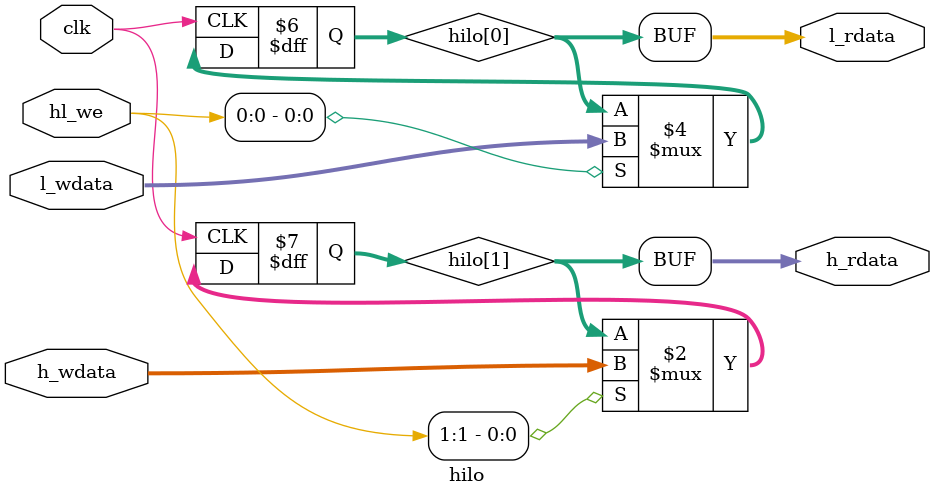
<source format=v>
module hilo(
    input        clk,
    input  [1:0]  hl_we,
    input  [31:0] h_wdata,
    input  [31:0] l_wdata,
    output [31:0] h_rdata,
    output [31:0] l_rdata
);
reg [31:0] hilo[1:0];

always @(posedge clk) begin
    if(hl_we[1])
        hilo[1]<=h_wdata;
    if(hl_we[0])
        hilo[0]<=l_wdata;

end

assign h_rdata = hilo[1];
assign l_rdata = hilo[0];


endmodule
</source>
